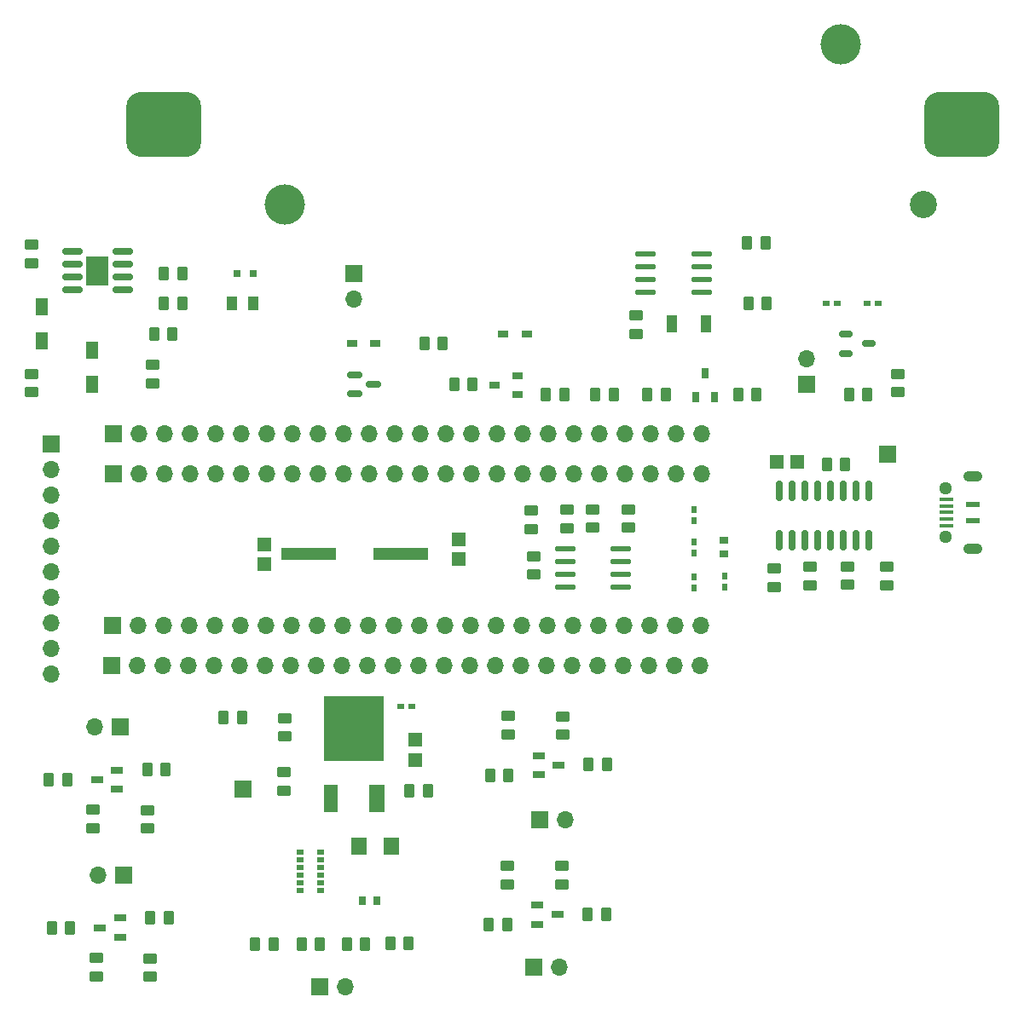
<source format=gbr>
%TF.GenerationSoftware,KiCad,Pcbnew,(7.0.0)*%
%TF.CreationDate,2023-03-21T09:48:06+02:00*%
%TF.ProjectId,HAT,4841542e-6b69-4636-9164-5f7063625858,rev?*%
%TF.SameCoordinates,Original*%
%TF.FileFunction,Soldermask,Top*%
%TF.FilePolarity,Negative*%
%FSLAX46Y46*%
G04 Gerber Fmt 4.6, Leading zero omitted, Abs format (unit mm)*
G04 Created by KiCad (PCBNEW (7.0.0)) date 2023-03-21 09:48:06*
%MOMM*%
%LPD*%
G01*
G04 APERTURE LIST*
G04 Aperture macros list*
%AMRoundRect*
0 Rectangle with rounded corners*
0 $1 Rounding radius*
0 $2 $3 $4 $5 $6 $7 $8 $9 X,Y pos of 4 corners*
0 Add a 4 corners polygon primitive as box body*
4,1,4,$2,$3,$4,$5,$6,$7,$8,$9,$2,$3,0*
0 Add four circle primitives for the rounded corners*
1,1,$1+$1,$2,$3*
1,1,$1+$1,$4,$5*
1,1,$1+$1,$6,$7*
1,1,$1+$1,$8,$9*
0 Add four rect primitives between the rounded corners*
20,1,$1+$1,$2,$3,$4,$5,0*
20,1,$1+$1,$4,$5,$6,$7,0*
20,1,$1+$1,$6,$7,$8,$9,0*
20,1,$1+$1,$8,$9,$2,$3,0*%
G04 Aperture macros list end*
%ADD10R,0.800000X1.000000*%
%ADD11R,1.100000X1.700000*%
%ADD12R,1.000000X0.800000*%
%ADD13R,0.900000X0.800000*%
%ADD14R,1.000000X1.399543*%
%ADD15R,0.800000X0.550013*%
%ADD16R,0.800000X0.900000*%
%ADD17RoundRect,0.250000X0.262500X0.450000X-0.262500X0.450000X-0.262500X-0.450000X0.262500X-0.450000X0*%
%ADD18R,1.700000X1.700000*%
%ADD19O,1.700000X1.700000*%
%ADD20RoundRect,0.150000X-0.512500X-0.150000X0.512500X-0.150000X0.512500X0.150000X-0.512500X0.150000X0*%
%ADD21RoundRect,0.250000X-0.450000X0.262500X-0.450000X-0.262500X0.450000X-0.262500X0.450000X0.262500X0*%
%ADD22RoundRect,0.250000X-0.262500X-0.450000X0.262500X-0.450000X0.262500X0.450000X-0.262500X0.450000X0*%
%ADD23R,5.500000X1.300000*%
%ADD24O,2.045009X0.588011*%
%ADD25R,1.250013X0.700000*%
%ADD26R,1.350013X1.410008*%
%ADD27RoundRect,0.250000X0.450000X-0.262500X0.450000X0.262500X-0.450000X0.262500X-0.450000X-0.262500X0*%
%ADD28R,1.000000X0.750013*%
%ADD29R,1.410008X1.350013*%
%ADD30R,0.800000X0.800000*%
%ADD31RoundRect,1.625000X-2.125000X-1.625000X2.125000X-1.625000X2.125000X1.625000X-2.125000X1.625000X0*%
%ADD32C,2.700000*%
%ADD33C,4.000000*%
%ADD34R,0.790094X0.540005*%
%ADD35R,0.540005X0.790094*%
%ADD36R,1.350013X2.800000*%
%ADD37R,1.500000X2.800000*%
%ADD38R,6.000000X6.500025*%
%ADD39R,1.296012X1.757506*%
%ADD40R,1.350000X0.400000*%
%ADD41O,1.900000X1.070000*%
%ADD42O,1.300000X1.300000*%
%ADD43R,1.400000X0.600000*%
%ADD44R,1.485014X1.727991*%
%ADD45RoundRect,0.150000X0.150000X-0.825000X0.150000X0.825000X-0.150000X0.825000X-0.150000X-0.825000X0*%
%ADD46RoundRect,0.150000X-0.587500X-0.150000X0.587500X-0.150000X0.587500X0.150000X-0.587500X0.150000X0*%
%ADD47RoundRect,0.150000X-0.825000X-0.150000X0.825000X-0.150000X0.825000X0.150000X-0.825000X0.150000X0*%
%ADD48R,2.290000X3.000000*%
G04 APERTURE END LIST*
D10*
%TO.C,Q3*%
X161869225Y-57251599D03*
X160919263Y-54951573D03*
X159969199Y-57251599D03*
%TD*%
D11*
%TO.C,D3*%
X160985199Y-49987199D03*
X157585149Y-49987199D03*
%TD*%
D12*
%TO.C,Q2*%
X142290799Y-55148373D03*
X139990773Y-56098335D03*
X142290799Y-57048399D03*
%TD*%
D13*
%TO.C,C15*%
X162763199Y-72897999D03*
X162763199Y-71497949D03*
%TD*%
D14*
%TO.C,LED2*%
X113893599Y-48005999D03*
X115994183Y-48005999D03*
%TD*%
D15*
%TO.C,U4*%
X120700799Y-102523535D03*
X120700799Y-103273599D03*
X120700799Y-104023662D03*
X120700799Y-104773472D03*
X120700799Y-105523535D03*
X120700799Y-106273599D03*
X122700799Y-106273599D03*
X122700799Y-105523535D03*
X122700799Y-104773472D03*
X122700799Y-104023662D03*
X122700799Y-103273599D03*
X122700799Y-102523535D03*
%TD*%
D16*
%TO.C,C7*%
X128269999Y-107340399D03*
X126869949Y-107340399D03*
%TD*%
D17*
%TO.C,R1*%
X177000000Y-57000000D03*
X175175000Y-57000000D03*
%TD*%
D18*
%TO.C,J10*%
X102059999Y-79949999D03*
D19*
X104599999Y-79949999D03*
X107139999Y-79949999D03*
X109679999Y-79949999D03*
X112219999Y-79949999D03*
X114759999Y-79949999D03*
X117299999Y-79949999D03*
X119839999Y-79949999D03*
X122379999Y-79949999D03*
X124919999Y-79949999D03*
X127459999Y-79949999D03*
X129999999Y-79949999D03*
X132539999Y-79949999D03*
X135079999Y-79949999D03*
X137619999Y-79949999D03*
X140159999Y-79949999D03*
X142699999Y-79949999D03*
X145239999Y-79949999D03*
X147779999Y-79949999D03*
X150319999Y-79949999D03*
X152859999Y-79949999D03*
X155399999Y-79949999D03*
X157939999Y-79949999D03*
X160479999Y-79949999D03*
%TD*%
D18*
%TO.C,J12*%
X143909999Y-113924923D03*
D19*
X146449999Y-113924923D03*
%TD*%
D20*
%TO.C,U2*%
X174862500Y-51050000D03*
X174862500Y-52950000D03*
X177137500Y-52000000D03*
%TD*%
D17*
%TO.C,R51*%
X97835000Y-110000000D03*
X96010000Y-110000000D03*
%TD*%
D21*
%TO.C,R19*%
X119050000Y-94587500D03*
X119050000Y-96412500D03*
%TD*%
D22*
%TO.C,R36*%
X139425000Y-109724924D03*
X141250000Y-109724924D03*
%TD*%
D17*
%TO.C,R22*%
X118041744Y-111620000D03*
X116216744Y-111620000D03*
%TD*%
%TO.C,R50*%
X97535000Y-95300000D03*
X95710000Y-95300000D03*
%TD*%
D23*
%TO.C,Y1*%
X130644917Y-72897999D03*
X121538999Y-72897999D03*
%TD*%
D24*
%TO.C,U6*%
X152526999Y-76199999D03*
X152526999Y-74929996D03*
X152526999Y-73659994D03*
X152526999Y-72389991D03*
X146982167Y-72389991D03*
X146982167Y-73659994D03*
X146982167Y-74929996D03*
X146982167Y-76199999D03*
%TD*%
D25*
%TO.C,Q5*%
X144349999Y-92899999D03*
X144349999Y-94799923D03*
X146349999Y-93849961D03*
%TD*%
D17*
%TO.C,R8*%
X108000000Y-51000000D03*
X106175000Y-51000000D03*
%TD*%
D26*
%TO.C,C11*%
X117093999Y-73913999D03*
X117093999Y-71913999D03*
%TD*%
D18*
%TO.C,J7*%
X178999999Y-62999999D03*
%TD*%
D27*
%TO.C,R32*%
X175056800Y-75944100D03*
X175056800Y-74119100D03*
%TD*%
D17*
%TO.C,R45*%
X107635000Y-109000000D03*
X105810000Y-109000000D03*
%TD*%
D18*
%TO.C,J2*%
X125999999Y-44999999D03*
D19*
X125999999Y-47539999D03*
%TD*%
D28*
%TO.C,D1*%
X128172592Y-51999999D03*
X125827406Y-51999999D03*
%TD*%
D29*
%TO.C,C12*%
X167999999Y-63703199D03*
X169999999Y-63703199D03*
%TD*%
D17*
%TO.C,R3*%
X109000000Y-45000000D03*
X107175000Y-45000000D03*
%TD*%
D27*
%TO.C,R49*%
X100410000Y-114825000D03*
X100410000Y-113000000D03*
%TD*%
D30*
%TO.C,LED1*%
X114401065Y-45006857D03*
X115999999Y-44999999D03*
%TD*%
D27*
%TO.C,R13*%
X154000000Y-51000000D03*
X154000000Y-49175000D03*
%TD*%
D21*
%TO.C,R39*%
X141350000Y-88974924D03*
X141350000Y-90799924D03*
%TD*%
D25*
%TO.C,Q7*%
X102809999Y-110949961D03*
X102809999Y-109050037D03*
X100809999Y-109999999D03*
%TD*%
D22*
%TO.C,R31*%
X173000000Y-64000000D03*
X174825000Y-64000000D03*
%TD*%
D18*
%TO.C,J14*%
X102849999Y-90099999D03*
D19*
X100309999Y-90099999D03*
%TD*%
D21*
%TO.C,R38*%
X141250000Y-103899924D03*
X141250000Y-105724924D03*
%TD*%
D22*
%TO.C,R15*%
X165087500Y-42000000D03*
X166912500Y-42000000D03*
%TD*%
D31*
%TO.C,BT1*%
X107100000Y-30200000D03*
X186400000Y-30200000D03*
D32*
X182570000Y-38200000D03*
D33*
X174350000Y-22200000D03*
X119150000Y-38200000D03*
%TD*%
D34*
%TO.C,C3*%
X172909829Y-47999999D03*
X173999999Y-47999999D03*
%TD*%
D21*
%TO.C,R35*%
X171348400Y-74171800D03*
X171348400Y-75996800D03*
%TD*%
D24*
%TO.C,U3*%
X154999999Y-43094995D03*
X154999999Y-44364998D03*
X154999999Y-45635000D03*
X154999999Y-46905003D03*
X160544831Y-46905003D03*
X160544831Y-45635000D03*
X160544831Y-44364998D03*
X160544831Y-43094995D03*
%TD*%
D21*
%TO.C,R34*%
X167792400Y-74320400D03*
X167792400Y-76145400D03*
%TD*%
D27*
%TO.C,R20*%
X119150000Y-91012398D03*
X119150000Y-89187398D03*
%TD*%
D28*
%TO.C,D2*%
X143172592Y-50999999D03*
X140827406Y-50999999D03*
%TD*%
D21*
%TO.C,R40*%
X146675000Y-103899924D03*
X146675000Y-105724924D03*
%TD*%
%TO.C,R29*%
X153289000Y-68429500D03*
X153289000Y-70254500D03*
%TD*%
D27*
%TO.C,R47*%
X105810000Y-114875038D03*
X105810000Y-113050038D03*
%TD*%
D17*
%TO.C,R4*%
X109000000Y-48000000D03*
X107175000Y-48000000D03*
%TD*%
D18*
%TO.C,J8*%
X102099999Y-60949999D03*
D19*
X104639999Y-60949999D03*
X107179999Y-60949999D03*
X109719999Y-60949999D03*
X112259999Y-60949999D03*
X114799999Y-60949999D03*
X117339999Y-60949999D03*
X119879999Y-60949999D03*
X122419999Y-60949999D03*
X124959999Y-60949999D03*
X127499999Y-60949999D03*
X130039999Y-60949999D03*
X132579999Y-60949999D03*
X135119999Y-60949999D03*
X137659999Y-60949999D03*
X140199999Y-60949999D03*
X142739999Y-60949999D03*
X145279999Y-60949999D03*
X147819999Y-60949999D03*
X150359999Y-60949999D03*
X152899999Y-60949999D03*
X155439999Y-60949999D03*
X157979999Y-60949999D03*
X160519999Y-60949999D03*
%TD*%
D18*
%TO.C,J1*%
X170999999Y-55999999D03*
D19*
X170999999Y-53459999D03*
%TD*%
D25*
%TO.C,Q6*%
X102509999Y-96249961D03*
X102509999Y-94350037D03*
X100509999Y-95299999D03*
%TD*%
D27*
%TO.C,R6*%
X106000000Y-55912500D03*
X106000000Y-54087500D03*
%TD*%
D35*
%TO.C,C14*%
X162813999Y-75047854D03*
X162813999Y-76138024D03*
%TD*%
D36*
%TO.C,Q8*%
X123742912Y-97162613D03*
D37*
X128322796Y-97162613D03*
D38*
X126049999Y-90212397D03*
%TD*%
D22*
%TO.C,R25*%
X129616744Y-111570000D03*
X131441744Y-111570000D03*
%TD*%
D35*
%TO.C,C17*%
X159765999Y-68505829D03*
X159765999Y-69595999D03*
%TD*%
D39*
%TO.C,C4*%
X99999999Y-52627381D03*
X99999999Y-55999999D03*
%TD*%
D35*
%TO.C,C13*%
X159765999Y-75174854D03*
X159765999Y-76265024D03*
%TD*%
%TO.C,C16*%
X159765999Y-71680829D03*
X159765999Y-72770999D03*
%TD*%
D27*
%TO.C,R48*%
X100110000Y-100100000D03*
X100110000Y-98275000D03*
%TD*%
D21*
%TO.C,R5*%
X94000000Y-42175000D03*
X94000000Y-44000000D03*
%TD*%
D27*
%TO.C,R28*%
X143637000Y-70405000D03*
X143637000Y-68580000D03*
%TD*%
D22*
%TO.C,R11*%
X145087500Y-57000000D03*
X146912500Y-57000000D03*
%TD*%
D40*
%TO.C,J6*%
X184852799Y-70045199D03*
X184852799Y-69395199D03*
X184852799Y-68745199D03*
X184852799Y-68095199D03*
X184852799Y-67445199D03*
D41*
X187452799Y-72345199D03*
D42*
X184802799Y-71170199D03*
D43*
X187502799Y-69545199D03*
X187502799Y-67945199D03*
D42*
X184802799Y-66320199D03*
D41*
X187452799Y-65145199D03*
%TD*%
D27*
%TO.C,R26*%
X143891000Y-74930000D03*
X143891000Y-73105000D03*
%TD*%
D17*
%TO.C,R17*%
X166000000Y-57000000D03*
X164175000Y-57000000D03*
%TD*%
%TO.C,R18*%
X133350000Y-96412500D03*
X131525000Y-96412500D03*
%TD*%
D44*
%TO.C,C6*%
X126549999Y-101950126D03*
X129735165Y-101950126D03*
%TD*%
D26*
%TO.C,C10*%
X136397999Y-73405999D03*
X136397999Y-71405999D03*
%TD*%
D17*
%TO.C,R23*%
X122666744Y-111620000D03*
X120841744Y-111620000D03*
%TD*%
D18*
%TO.C,J15*%
X103149999Y-104799999D03*
D19*
X100609999Y-104799999D03*
%TD*%
D18*
%TO.C,J5*%
X95999999Y-61919999D03*
D19*
X95999999Y-64459999D03*
X95999999Y-66999999D03*
X95999999Y-69539999D03*
X95999999Y-72079999D03*
X95999999Y-74619999D03*
X95999999Y-77159999D03*
X95999999Y-79699999D03*
X95999999Y-82239999D03*
X95999999Y-84779999D03*
%TD*%
D17*
%TO.C,R14*%
X157000000Y-57000000D03*
X155175000Y-57000000D03*
%TD*%
D18*
%TO.C,J11*%
X101979999Y-83949999D03*
D19*
X104519999Y-83949999D03*
X107059999Y-83949999D03*
X109599999Y-83949999D03*
X112139999Y-83949999D03*
X114679999Y-83949999D03*
X117219999Y-83949999D03*
X119759999Y-83949999D03*
X122299999Y-83949999D03*
X124839999Y-83949999D03*
X127379999Y-83949999D03*
X129919999Y-83949999D03*
X132459999Y-83949999D03*
X134999999Y-83949999D03*
X137539999Y-83949999D03*
X140079999Y-83949999D03*
X142619999Y-83949999D03*
X145159999Y-83949999D03*
X147699999Y-83949999D03*
X150239999Y-83949999D03*
X152779999Y-83949999D03*
X155319999Y-83949999D03*
X157859999Y-83949999D03*
X160399999Y-83949999D03*
%TD*%
D39*
%TO.C,C1*%
X94999999Y-48313690D03*
X94999999Y-51686308D03*
%TD*%
D17*
%TO.C,R24*%
X127154244Y-111620000D03*
X125329244Y-111620000D03*
%TD*%
%TO.C,R21*%
X114900000Y-89162500D03*
X113075000Y-89162500D03*
%TD*%
D21*
%TO.C,R41*%
X146775000Y-89024962D03*
X146775000Y-90849962D03*
%TD*%
D22*
%TO.C,R37*%
X139550000Y-94849962D03*
X141375000Y-94849962D03*
%TD*%
D45*
%TO.C,U7*%
X168249600Y-71526400D03*
X169519600Y-71526400D03*
X170789600Y-71526400D03*
X172059600Y-71526400D03*
X173329600Y-71526400D03*
X174599600Y-71526400D03*
X175869600Y-71526400D03*
X177139600Y-71526400D03*
X177139600Y-66576400D03*
X175869600Y-66576400D03*
X174599600Y-66576400D03*
X173329600Y-66576400D03*
X172059600Y-66576400D03*
X170789600Y-66576400D03*
X169519600Y-66576400D03*
X168249600Y-66576400D03*
%TD*%
D22*
%TO.C,R43*%
X149300000Y-93799924D03*
X151125000Y-93799924D03*
%TD*%
D17*
%TO.C,R10*%
X137825000Y-56000000D03*
X136000000Y-56000000D03*
%TD*%
D34*
%TO.C,C9*%
X130709829Y-88012499D03*
X131799999Y-88012499D03*
%TD*%
D46*
%TO.C,Q1*%
X126062500Y-55050000D03*
X126062500Y-56950000D03*
X127937500Y-56000000D03*
%TD*%
D26*
%TO.C,C8*%
X132149999Y-91362499D03*
X132149999Y-93362499D03*
%TD*%
D18*
%TO.C,J4*%
X122601743Y-115919999D03*
D19*
X125141743Y-115919999D03*
%TD*%
D27*
%TO.C,R2*%
X94000000Y-56825000D03*
X94000000Y-55000000D03*
%TD*%
D17*
%TO.C,R9*%
X134825000Y-52000000D03*
X133000000Y-52000000D03*
%TD*%
D27*
%TO.C,R33*%
X178917600Y-75993000D03*
X178917600Y-74168000D03*
%TD*%
%TO.C,R46*%
X105535000Y-100175038D03*
X105535000Y-98350038D03*
%TD*%
D21*
%TO.C,R30*%
X149733000Y-68429500D03*
X149733000Y-70254500D03*
%TD*%
D25*
%TO.C,Q4*%
X144249999Y-107774961D03*
X144249999Y-109674885D03*
X146249999Y-108724923D03*
%TD*%
D22*
%TO.C,R16*%
X165175000Y-48000000D03*
X167000000Y-48000000D03*
%TD*%
%TO.C,R12*%
X150000000Y-57000000D03*
X151825000Y-57000000D03*
%TD*%
D27*
%TO.C,R27*%
X147193000Y-70301500D03*
X147193000Y-68476500D03*
%TD*%
D22*
%TO.C,R42*%
X149225000Y-108724924D03*
X151050000Y-108724924D03*
%TD*%
D18*
%TO.C,J9*%
X102119999Y-64949999D03*
D19*
X104659999Y-64949999D03*
X107199999Y-64949999D03*
X109739999Y-64949999D03*
X112279999Y-64949999D03*
X114819999Y-64949999D03*
X117359999Y-64949999D03*
X119899999Y-64949999D03*
X122439999Y-64949999D03*
X124979999Y-64949999D03*
X127519999Y-64949999D03*
X130059999Y-64949999D03*
X132599999Y-64949999D03*
X135139999Y-64949999D03*
X137679999Y-64949999D03*
X140219999Y-64949999D03*
X142759999Y-64949999D03*
X145299999Y-64949999D03*
X147839999Y-64949999D03*
X150379999Y-64949999D03*
X152919999Y-64949999D03*
X155459999Y-64949999D03*
X157999999Y-64949999D03*
X160539999Y-64949999D03*
%TD*%
D18*
%TO.C,J3*%
X114999999Y-96212499D03*
%TD*%
D17*
%TO.C,R44*%
X107335000Y-94300000D03*
X105510000Y-94300000D03*
%TD*%
D27*
%TO.C,R7*%
X180000000Y-56825000D03*
X180000000Y-55000000D03*
%TD*%
D47*
%TO.C,U1*%
X98095000Y-42845000D03*
X98095000Y-44115000D03*
X98095000Y-45385000D03*
X98095000Y-46655000D03*
X103045000Y-46655000D03*
X103045000Y-45385000D03*
X103045000Y-44115000D03*
X103045000Y-42845000D03*
D48*
X100569999Y-44749999D03*
%TD*%
D34*
%TO.C,C2*%
X178090169Y-47999999D03*
X176999999Y-47999999D03*
%TD*%
D18*
%TO.C,J13*%
X144474999Y-99249961D03*
D19*
X147014999Y-99249961D03*
%TD*%
M02*

</source>
